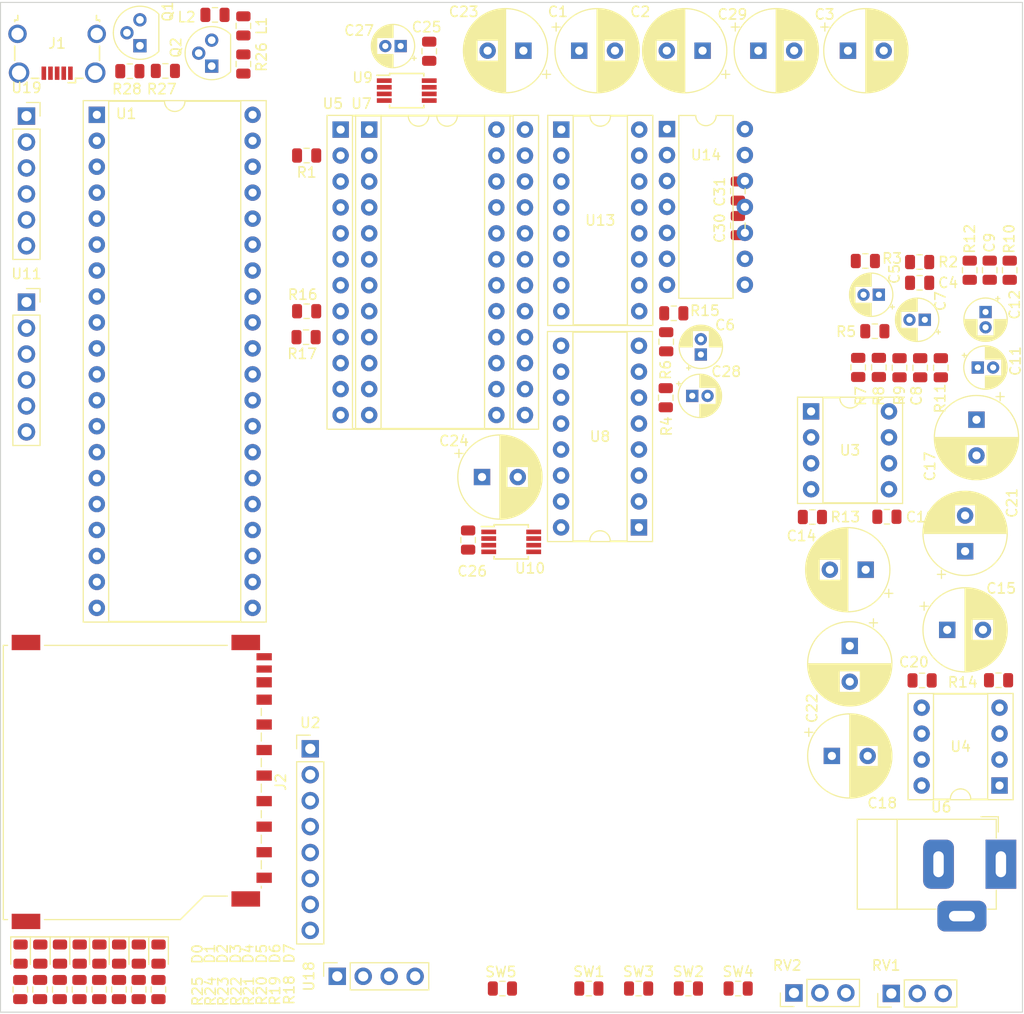
<source format=kicad_pcb>
(kicad_pcb (version 20171130) (host pcbnew "(5.0.1)-4")
  (layers (0 F.Cu signal) (31 B.Cu signal) (34 B.Paste user) (35 F.Paste user) (36 B.SilkS user) (37 F.SilkS user) (38 B.Mask user) (39 F.Mask user) (44 Edge.Cuts user))
  (net 0 "")
  (net 1 VDD)
  (net 2 "Net-(D1-Pad2)")
  (net 3 "Net-(D2-Pad2)")
  (net 4 "Net-(D3-Pad2)")
  (net 5 "Net-(D4-Pad2)")
  (net 6 "Net-(D5-Pad2)")
  (net 7 "Net-(D6-Pad2)")
  (net 8 "Net-(D7-Pad2)")
  (net 9 GNDA)
  (net 10 YM_MOR)
  (net 11 "Net-(C8-Pad2)")
  (net 12 "Net-(C11-Pad1)")
  (net 13 "Net-(R5-Pad1)")
  (net 14 "Net-(C5-Pad2)")
  (net 15 "Net-(C6-Pad2)")
  (net 16 "Net-(R6-Pad1)")
  (net 17 "Net-(C7-Pad2)")
  (net 18 "Net-(C8-Pad1)")
  (net 19 "Net-(C9-Pad2)")
  (net 20 "Net-(C12-Pad1)")
  (net 21 "Net-(C19-Pad1)")
  (net 22 "Net-(C20-Pad1)")
  (net 23 "Net-(R15-Pad1)")
  (net 24 "Net-(R15-Pad2)")
  (net 25 YM_MOL)
  (net 26 SN_OUT)
  (net 27 "Net-(C9-Pad1)")
  (net 28 SPI_MOSI)
  (net 29 SPI_CLK)
  (net 30 YM_CLK_CS)
  (net 31 "Net-(U9-Pad5)")
  (net 32 YM_CLK)
  (net 33 +5V)
  (net 34 SN_CLK)
  (net 35 "Net-(U10-Pad5)")
  (net 36 SN_CLK_CS)
  (net 37 "Net-(U3-Pad1)")
  (net 38 "Net-(C19-Pad2)")
  (net 39 "Net-(C11-Pad2)")
  (net 40 "Net-(C17-Pad1)")
  (net 41 "Net-(U3-Pad8)")
  (net 42 "Net-(U4-Pad8)")
  (net 43 "Net-(C18-Pad1)")
  (net 44 "Net-(C12-Pad2)")
  (net 45 "Net-(C20-Pad2)")
  (net 46 "Net-(U4-Pad1)")
  (net 47 "Net-(U1-Pad1)")
  (net 48 YM_IC)
  (net 49 "Net-(U1-Pad2)")
  (net 50 "Net-(U1-Pad3)")
  (net 51 SPI_MISO)
  (net 52 "Net-(U1-Pad4)")
  (net 53 D0)
  (net 54 D1)
  (net 55 TXD)
  (net 56 D2)
  (net 57 RXD)
  (net 58 D3)
  (net 59 D4)
  (net 60 D5)
  (net 61 D6)
  (net 62 D7)
  (net 63 YM_CS)
  (net 64 SD_CS)
  (net 65 YM_WR)
  (net 66 I2C_CLK)
  (net 67 YM_A0)
  (net 68 I2C_DAT)
  (net 69 YM_A1)
  (net 70 SN_WR)
  (net 71 "Net-(U1-Pad17)")
  (net 72 "Net-(U1-Pad18)")
  (net 73 GND)
  (net 74 +3V3)
  (net 75 "Net-(U13-Pad6)")
  (net 76 "Net-(U13-Pad5)")
  (net 77 "Net-(U13-Pad4)")
  (net 78 "Net-(U13-Pad2)")
  (net 79 "Net-(U7-Pad10)")
  (net 80 "Net-(U7-Pad13)")
  (net 81 "Net-(U8-Pad9)")
  (net 82 READY)
  (net 83 "Net-(C29-Pad1)")
  (net 84 "Net-(U13-Pad14)")
  (net 85 "Net-(U13-Pad13)")
  (net 86 "Net-(U13-Pad12)")
  (net 87 "Net-(C30-Pad2)")
  (net 88 "Net-(C31-Pad2)")
  (net 89 "Net-(J1-Pad2)")
  (net 90 "Net-(J1-Pad3)")
  (net 91 "Net-(J1-Pad4)")
  (net 92 "Net-(U11-Pad1)")
  (net 93 "Net-(U11-Pad6)")
  (net 94 "Net-(U19-Pad6)")
  (net 95 "Net-(U19-Pad1)")
  (net 96 "Net-(U2-Pad6)")
  (net 97 "Net-(C22-Pad2)")
  (net 98 "Net-(C21-Pad2)")
  (net 99 "Net-(R1-Pad1)")
  (net 100 "Net-(R1-Pad2)")
  (net 101 "Net-(R17-Pad1)")
  (net 102 "Net-(R17-Pad2)")
  (net 103 "Net-(R16-Pad2)")
  (net 104 "Net-(R16-Pad1)")
  (net 105 PWR_HOLD)
  (net 106 "Net-(Q1-Pad1)")
  (net 107 "Net-(Q1-Pad3)")
  (net 108 "Net-(Q2-Pad2)")
  (net 109 "Net-(J1-Pad1)")
  (net 110 BUTTON_SELECT)
  (net 111 BUTTON_PREV)
  (net 112 BUTTON_NEXT)
  (net 113 BUTTON_MODE)
  (net 114 "Net-(D0-Pad2)")
  (net 115 "Net-(J2-Pad8)")
  (net 116 "Net-(J2-Pad9)")
  (net 117 "Net-(J2-Pad10)")
  (net 118 "Net-(J2-Pad11)")
  (net 119 "Net-(J2-Pad12)")
  (module Connector_Card:SD_TE_2041021 (layer F.Cu) (at 33.8328 98.6536 270)
    (fp_text reference J2 (at 0 -13.6 270) (layer F.SilkS))
    (fp_text value SD_Card)
    (pad 1 smd rect (at 6.875 -11.975 270) (size 1 1.5) (layers F.Cu F.Paste F.Mask) (net 64 SD_CS))
    (pad 2 smd rect (at 4.375 -11.975 270) (size 1 1.5) (layers F.Cu F.Paste F.Mask) (net 28 SPI_MOSI))
    (pad 3 smd rect (at 1.875 -11.975 270) (size 1 1.5) (layers F.Cu F.Paste F.Mask) (net 73 GND))
    (pad 4 smd rect (at -0.625 -11.975 270) (size 1 1.5) (layers F.Cu F.Paste F.Mask) (net 74 +3V3))
    (pad 5 smd rect (at -3.125 -11.975 270) (size 1 1.5) (layers F.Cu F.Paste F.Mask) (net 29 SPI_CLK))
    (pad 6 smd rect (at -5.625 -11.975 270) (size 1 1.5) (layers F.Cu F.Paste F.Mask) (net 73 GND))
    (pad 7 smd rect (at -8.055 -11.975 270) (size 1 1.5) (layers F.Cu F.Paste F.Mask) (net 51 SPI_MISO))
    (pad 8 smd rect (at -9.755 -11.975 270) (size 1 1.5) (layers F.Cu F.Paste F.Mask) (net 115 "Net-(J2-Pad8)"))
    (pad 9 smd rect (at 9.375 -11.975 270) (size 1 1.5) (layers F.Cu F.Paste F.Mask) (net 116 "Net-(J2-Pad9)"))
    (pad 10 smd rect (at -11.055 -11.975 270) (size 0.7 1.5) (layers F.Cu F.Paste F.Mask) (net 117 "Net-(J2-Pad10)"))
    (pad 11 smd rect (at -12.255 -11.975 270) (size 0.7 1.5) (layers F.Cu F.Paste F.Mask) (net 118 "Net-(J2-Pad11)"))
    (pad "" np_thru_hole circle (at 9.5 -9.175 270) (size 1.6 1.6) (drill 1.6) (layers *.Cu *.Mask))
    (pad "" np_thru_hole circle (at -11.5 -9.175 270) (size 1.1 1.1) (drill 1.1) (layers *.Cu *.Mask))
    (pad 12 smd rect (at 11.45 -10.175 270) (size 1.5 2.8) (layers F.Cu F.Paste F.Mask) (net 119 "Net-(J2-Pad12)"))
    (pad 12 smd rect (at 13.65 11.325 270) (size 1.5 2.8) (layers F.Cu F.Paste F.Mask) (net 119 "Net-(J2-Pad12)"))
    (pad 12 smd rect (at -13.65 11.325 270) (size 1.5 2.8) (layers F.Cu F.Paste F.Mask) (net 119 "Net-(J2-Pad12)"))
    (pad 12 smd rect (at -13.65 -10.175 270) (size 1.5 2.8) (layers F.Cu F.Paste F.Mask) (net 119 "Net-(J2-Pad12)"))
  )
  (module LED_SMD:LED_0805_2012Metric (layer F.Cu) (at 21.9761 115.501 270)
    (fp_text reference D0 (at -0.0072 -17.2923 270) (layer F.SilkS))
    (fp_text value LED hide)
    (pad 1 smd roundrect (at -0.9375 0 270) (size 0.975 1.4) (layers F.Cu F.Paste F.Mask) (net 53 D0))
    (pad 2 smd roundrect (at 0.9375 0 270) (size 0.975 1.4) (layers F.Cu F.Paste F.Mask) (net 114 "Net-(D0-Pad2)"))
  )
  (module Package_TO_SOT_THT:TO-92 (layer F.Cu) (at 33.655 26.5938 90)
    (fp_text reference Q1 (at 3.3528 2.7178 270) (layer F.SilkS))
    (fp_text value 9013 hide)
    (pad 1 thru_hole rect (at 0 0 180) (size 1.3 1.3) (drill 0.75) (layers *.Cu *.Mask) (net 106 "Net-(Q1-Pad1)"))
    (pad 3 thru_hole circle (at 2.54 0 180) (size 1.3 1.3) (drill 0.75) (layers *.Cu *.Mask) (net 107 "Net-(Q1-Pad3)"))
    (pad 2 thru_hole circle (at 1.27 -1.27 180) (size 1.3 1.3) (drill 0.75) (layers *.Cu *.Mask) (net 73 GND))
  )
  (module Package_TO_SOT_THT:TO-92 (layer F.Cu) (at 40.6751 28.5868 90)
    (fp_text reference Q2 (at 1.815155 -3.489457 90) (layer F.SilkS))
    (fp_text value S8550 hide)
    (pad 2 thru_hole circle (at 1.27 -1.27 180) (size 1.3 1.3) (drill 0.75) (layers *.Cu *.Mask) (net 108 "Net-(Q2-Pad2)"))
    (pad 3 thru_hole circle (at 2.54 0 180) (size 1.3 1.3) (drill 0.75) (layers *.Cu *.Mask) (net 1 VDD))
    (pad 1 thru_hole rect (at 0 0 180) (size 1.3 1.3) (drill 0.75) (layers *.Cu *.Mask) (net 109 "Net-(J1-Pad1)"))
  )
  (module Resistor_SMD:R_0805_2012Metric (layer F.Cu) (at 77.5716 118.872)
    (fp_text reference SW1 (at 0 -1.65) (layer F.SilkS))
    (fp_text value Mode)
    (pad 1 smd roundrect (at -0.9375 0) (size 0.975 1.4) (layers F.Cu F.Paste F.Mask) (net 113 BUTTON_MODE))
    (pad 2 smd roundrect (at 0.9375 0) (size 0.975 1.4) (layers F.Cu F.Paste F.Mask) (net 73 GND))
  )
  (module Resistor_SMD:R_0805_2012Metric (layer F.Cu) (at 87.3098 118.872)
    (fp_text reference SW2 (at 0 -1.65) (layer F.SilkS))
    (fp_text value NEXT)
    (pad 2 smd roundrect (at 0.9375 0) (size 0.975 1.4) (layers F.Cu F.Paste F.Mask) (net 73 GND))
    (pad 1 smd roundrect (at -0.9375 0) (size 0.975 1.4) (layers F.Cu F.Paste F.Mask) (net 112 BUTTON_NEXT))
  )
  (module Resistor_SMD:R_0805_2012Metric (layer F.Cu) (at 92.1788 118.872)
    (fp_text reference SW4 (at 0 -1.65) (layer F.SilkS))
    (fp_text value SELECT)
    (pad 1 smd roundrect (at -0.9375 0) (size 0.975 1.4) (layers F.Cu F.Paste F.Mask) (net 110 BUTTON_SELECT))
    (pad 2 smd roundrect (at 0.9375 0) (size 0.975 1.4) (layers F.Cu F.Paste F.Mask) (net 73 GND))
  )
  (module Resistor_SMD:R_0805_2012Metric (layer F.Cu) (at 69.1157 118.872)
    (fp_text reference SW5 (at -0.1524 -1.6256) (layer F.SilkS))
    (fp_text value PWR)
    (pad 2 smd roundrect (at 0.9375 0) (size 0.975 1.4) (layers F.Cu F.Paste F.Mask) (net 107 "Net-(Q1-Pad3)"))
    (pad 1 smd roundrect (at -0.9375 0) (size 0.975 1.4) (layers F.Cu F.Paste F.Mask) (net 73 GND))
  )
  (module Resistor_SMD:R_0805_2012Metric (layer F.Cu) (at 82.4407 118.872)
    (fp_text reference SW3 (at 0 -1.65) (layer F.SilkS))
    (fp_text value PREV)
    (pad 1 smd roundrect (at -0.9375 0) (size 0.975 1.4) (layers F.Cu F.Paste F.Mask) (net 111 BUTTON_PREV))
    (pad 2 smd roundrect (at 0.9375 0) (size 0.975 1.4) (layers F.Cu F.Paste F.Mask) (net 73 GND))
  )
  (module Resistor_SMD:R_0805_2012Metric (layer F.Cu) (at 25.8114 118.97 270)
    (fp_text reference R23 (at 0.181 -15.997 270) (layer F.SilkS))
    (fp_text value 330 hide)
    (pad 2 smd roundrect (at 0.9375 0 270) (size 0.975 1.4) (layers F.Cu F.Paste F.Mask) (net 1 VDD))
    (pad 1 smd roundrect (at -0.9375 0 270) (size 0.975 1.4) (layers F.Cu F.Paste F.Mask) (net 3 "Net-(D2-Pad2)"))
  )
  (module Resistor_SMD:R_0805_2012Metric (layer F.Cu) (at 23.881 118.97 270)
    (fp_text reference R24 (at 0.181 -16.6828 270) (layer F.SilkS))
    (fp_text value 330 hide)
    (pad 1 smd roundrect (at -0.9375 0 270) (size 0.975 1.4) (layers F.Cu F.Paste F.Mask) (net 2 "Net-(D1-Pad2)"))
    (pad 2 smd roundrect (at 0.9375 0 270) (size 0.975 1.4) (layers F.Cu F.Paste F.Mask) (net 1 VDD))
  )
  (module Resistor_SMD:R_0805_2012Metric (layer F.Cu) (at 21.9506 118.97 270)
    (fp_text reference R25 (at 0.181 -17.3432 270) (layer F.SilkS))
    (fp_text value 330 hide)
    (pad 2 smd roundrect (at 0.9375 0 270) (size 0.975 1.4) (layers F.Cu F.Paste F.Mask) (net 1 VDD))
    (pad 1 smd roundrect (at -0.9375 0 270) (size 0.975 1.4) (layers F.Cu F.Paste F.Mask) (net 114 "Net-(D0-Pad2)"))
  )
  (module Resistor_SMD:R_0805_2012Metric (layer F.Cu) (at 29.6722 118.97 270)
    (fp_text reference R21 (at 0.1556 -14.6254 270) (layer F.SilkS))
    (fp_text value 330 hide)
    (pad 1 smd roundrect (at -0.9375 0 270) (size 0.975 1.4) (layers F.Cu F.Paste F.Mask) (net 5 "Net-(D4-Pad2)"))
    (pad 2 smd roundrect (at 0.9375 0 270) (size 0.975 1.4) (layers F.Cu F.Paste F.Mask) (net 1 VDD))
  )
  (module Resistor_SMD:R_0805_2012Metric (layer F.Cu) (at 43.7739 28.3813 270)
    (fp_text reference R26 (at -0.6835 -1.778 270) (layer F.SilkS))
    (fp_text value 47k hide)
    (pad 2 smd roundrect (at 0.9375 0 270) (size 0.975 1.4) (layers F.Cu F.Paste F.Mask) (net 109 "Net-(J1-Pad1)"))
    (pad 1 smd roundrect (at -0.9375 0 270) (size 0.975 1.4) (layers F.Cu F.Paste F.Mask) (net 107 "Net-(Q1-Pad3)"))
  )
  (module Resistor_SMD:R_0805_2012Metric (layer F.Cu) (at 36.1442 29.0576 180)
    (fp_text reference R27 (at 0.3556 -1.778 180) (layer F.SilkS))
    (fp_text value 1k hide)
    (pad 1 smd roundrect (at -0.9375 0 180) (size 0.975 1.4) (layers F.Cu F.Paste F.Mask) (net 107 "Net-(Q1-Pad3)"))
    (pad 2 smd roundrect (at 0.9375 0 180) (size 0.975 1.4) (layers F.Cu F.Paste F.Mask) (net 108 "Net-(Q2-Pad2)"))
  )
  (module Resistor_SMD:R_0805_2012Metric (layer F.Cu) (at 32.6667 29.083)
    (fp_text reference R28 (at -0.2817 1.7526 180) (layer F.SilkS))
    (fp_text value 4.7k hide)
    (pad 2 smd roundrect (at 0.9375 0) (size 0.975 1.4) (layers F.Cu F.Paste F.Mask) (net 105 PWR_HOLD))
    (pad 1 smd roundrect (at -0.9375 0) (size 0.975 1.4) (layers F.Cu F.Paste F.Mask) (net 106 "Net-(Q1-Pad1)"))
  )
  (module Resistor_SMD:R_0805_2012Metric (layer F.Cu) (at 27.7418 118.97 270)
    (fp_text reference R22 (at 0.181 -15.3366 270) (layer F.SilkS))
    (fp_text value 330 hide)
    (pad 1 smd roundrect (at -0.9375 0 270) (size 0.975 1.4) (layers F.Cu F.Paste F.Mask) (net 4 "Net-(D3-Pad2)"))
    (pad 2 smd roundrect (at 0.9375 0 270) (size 0.975 1.4) (layers F.Cu F.Paste F.Mask) (net 1 VDD))
  )
  (module Resistor_SMD:R_0805_2012Metric (layer F.Cu) (at 49.9641 52.578 180)
    (fp_text reference R16 (at 0.3833 1.6256 180) (layer F.SilkS))
    (fp_text value 0 hide)
    (pad 2 smd roundrect (at 0.9375 0 180) (size 0.975 1.4) (layers F.Cu F.Paste F.Mask) (net 103 "Net-(R16-Pad2)"))
    (pad 1 smd roundrect (at -0.9375 0 180) (size 0.975 1.4) (layers F.Cu F.Paste F.Mask) (net 104 "Net-(R16-Pad1)"))
  )
  (module Resistor_SMD:R_0805_2012Metric (layer F.Cu) (at 49.9087 55.118 180)
    (fp_text reference R17 (at 0.3787 -1.6256 180) (layer F.SilkS))
    (fp_text value 0 hide)
    (pad 1 smd roundrect (at -0.9375 0 180) (size 0.975 1.4) (layers F.Cu F.Paste F.Mask) (net 101 "Net-(R17-Pad1)"))
    (pad 2 smd roundrect (at 0.9375 0 180) (size 0.975 1.4) (layers F.Cu F.Paste F.Mask) (net 102 "Net-(R17-Pad2)"))
  )
  (module Resistor_SMD:R_0805_2012Metric (layer F.Cu) (at 35.4634 118.97 270)
    (fp_text reference R18 (at 0.054 -12.7966 270) (layer F.SilkS))
    (fp_text value 330 hide)
    (pad 2 smd roundrect (at 0.9375 0 270) (size 0.975 1.4) (layers F.Cu F.Paste F.Mask) (net 1 VDD))
    (pad 1 smd roundrect (at -0.9375 0 270) (size 0.975 1.4) (layers F.Cu F.Paste F.Mask) (net 8 "Net-(D7-Pad2)"))
  )
  (module Resistor_SMD:R_0805_2012Metric (layer F.Cu) (at 33.533 118.97 270)
    (fp_text reference R19 (at 0.1302 -13.33 270) (layer F.SilkS))
    (fp_text value 330 hide)
    (pad 1 smd roundrect (at -0.9375 0 270) (size 0.975 1.4) (layers F.Cu F.Paste F.Mask) (net 7 "Net-(D6-Pad2)"))
    (pad 2 smd roundrect (at 0.9375 0 270) (size 0.975 1.4) (layers F.Cu F.Paste F.Mask) (net 1 VDD))
  )
  (module Resistor_SMD:R_0805_2012Metric (layer F.Cu) (at 31.6026 118.97 270)
    (fp_text reference R20 (at 0.1302 -13.965 270) (layer F.SilkS))
    (fp_text value 330 hide)
    (pad 2 smd roundrect (at 0.9375 0 270) (size 0.975 1.4) (layers F.Cu F.Paste F.Mask) (net 1 VDD))
    (pad 1 smd roundrect (at -0.9375 0 270) (size 0.975 1.4) (layers F.Cu F.Paste F.Mask) (net 6 "Net-(D5-Pad2)"))
  )
  (module Resistor_SMD:R_0805_2012Metric (layer F.Cu) (at 49.9641 37.338 180)
    (fp_text reference R1 (at 0 -1.65 180) (layer F.SilkS))
    (fp_text value 0 hide)
    (pad 1 smd roundrect (at -0.9375 0 180) (size 0.975 1.4) (layers F.Cu F.Paste F.Mask) (net 99 "Net-(R1-Pad1)"))
    (pad 2 smd roundrect (at 0.9375 0 180) (size 0.975 1.4) (layers F.Cu F.Paste F.Mask) (net 100 "Net-(R1-Pad2)"))
  )
  (module Capacitor_SMD:C_0805_2012Metric (layer F.Cu) (at 92.1512 40.8155 90)
    (fp_text reference C31 (at -0.0785 -1.778 90) (layer F.SilkS))
    (fp_text value 1.5nF hide)
    (pad 1 smd roundrect (at -0.9375 0 90) (size 0.975 1.4) (layers F.Cu F.Paste F.Mask) (net 9 GNDA))
    (pad 2 smd roundrect (at 0.9375 0 90) (size 0.975 1.4) (layers F.Cu F.Paste F.Mask) (net 88 "Net-(C31-Pad2)"))
  )
  (module Capacitor_SMD:C_0805_2012Metric (layer F.Cu) (at 65.7606 74.9734 270)
    (fp_text reference C26 (at 3.05538 -0.40132) (layer F.SilkS))
    (fp_text value 10nF hide)
    (pad 2 smd roundrect (at 0.9375 0 270) (size 0.975 1.4) (layers F.Cu F.Paste F.Mask) (net 33 +5V))
    (pad 1 smd roundrect (at -0.9375 0 270) (size 0.975 1.4) (layers F.Cu F.Paste F.Mask) (net 9 GNDA))
  )
  (module Capacitor_SMD:C_0805_2012Metric (layer F.Cu) (at 61.9557 27.1323 270)
    (fp_text reference C25 (at -2.3645 0.254 180) (layer F.SilkS))
    (fp_text value 10nF hide)
    (pad 1 smd roundrect (at -0.9375 0 270) (size 0.975 1.4) (layers F.Cu F.Paste F.Mask) (net 9 GNDA))
    (pad 2 smd roundrect (at 0.9375 0 270) (size 0.975 1.4) (layers F.Cu F.Paste F.Mask) (net 33 +5V))
  )
  (module Capacitor_SMD:C_0805_2012Metric (layer F.Cu) (at 110.175 88.7149 180)
    (fp_text reference C20 (at 0.802023 1.796095 180) (layer F.SilkS))
    (fp_text value 47nF hide)
    (pad 2 smd roundrect (at 0.9375 0 180) (size 0.975 1.4) (layers F.Cu F.Paste F.Mask) (net 45 "Net-(C20-Pad2)"))
    (pad 1 smd roundrect (at -0.9375 0 180) (size 0.975 1.4) (layers F.Cu F.Paste F.Mask) (net 22 "Net-(C20-Pad1)"))
  )
  (module Capacitor_SMD:C_0805_2012Metric (layer F.Cu) (at 106.731 72.6948)
    (fp_text reference C19 (at 3.302 0.0254) (layer F.SilkS))
    (fp_text value 47nF hide)
    (pad 1 smd roundrect (at -0.9375 0) (size 0.975 1.4) (layers F.Cu F.Paste F.Mask) (net 21 "Net-(C19-Pad1)"))
    (pad 2 smd roundrect (at 0.9375 0) (size 0.975 1.4) (layers F.Cu F.Paste F.Mask) (net 38 "Net-(C19-Pad2)"))
  )
  (module Capacitor_SMD:C_0805_2012Metric (layer F.Cu) (at 116.789 48.5625 270)
    (fp_text reference C9 (at -2.6901 0.0254 270) (layer F.SilkS))
    (fp_text value 4.7nF hide)
    (pad 2 smd roundrect (at 0.9375 0 270) (size 0.975 1.4) (layers F.Cu F.Paste F.Mask) (net 19 "Net-(C9-Pad2)"))
    (pad 1 smd roundrect (at -0.9375 0 270) (size 0.975 1.4) (layers F.Cu F.Paste F.Mask) (net 27 "Net-(C9-Pad1)"))
  )
  (module Capacitor_SMD:C_0805_2012Metric (layer F.Cu) (at 109.931 49.7967 180)
    (fp_text reference C4 (at -2.794 0 180) (layer F.SilkS))
    (fp_text value 220pF hide)
    (pad 2 smd roundrect (at 0.9375 0 180) (size 0.975 1.4) (layers F.Cu F.Paste F.Mask) (net 9 GNDA))
    (pad 1 smd roundrect (at -0.9375 0 180) (size 0.975 1.4) (layers F.Cu F.Paste F.Mask) (net 26 SN_OUT))
  )
  (module Capacitor_SMD:C_0805_2012Metric (layer F.Cu) (at 109.985 58.1086 270)
    (fp_text reference C8 (at 2.7498 0.3582 270) (layer F.SilkS))
    (fp_text value 4.7nF hide)
    (pad 2 smd roundrect (at 0.9375 0 270) (size 0.975 1.4) (layers F.Cu F.Paste F.Mask) (net 11 "Net-(C8-Pad2)"))
    (pad 1 smd roundrect (at -0.9375 0 270) (size 0.975 1.4) (layers F.Cu F.Paste F.Mask) (net 18 "Net-(C8-Pad1)"))
  )
  (module Capacitor_SMD:C_0805_2012Metric (layer F.Cu) (at 92.1512 44.196 270)
    (fp_text reference C30 (at 0.254 1.778 270) (layer F.SilkS))
    (fp_text value 1.5nF hide)
    (pad 1 smd roundrect (at -0.9375 0 270) (size 0.975 1.4) (layers F.Cu F.Paste F.Mask) (net 9 GNDA))
    (pad 2 smd roundrect (at 0.9375 0 270) (size 0.975 1.4) (layers F.Cu F.Paste F.Mask) (net 87 "Net-(C30-Pad2)"))
  )
  (module Capacitor_THT:CP_Radial_D4.0mm_P1.50mm (layer F.Cu) (at 105.943 50.9651 180)
    (fp_text reference C5 (at -1.524 2.032 -90) (layer F.SilkS))
    (fp_text value 10uF hide)
    (pad 2 thru_hole circle (at 1.5 0 180) (size 1.2 1.2) (drill 0.6) (layers *.Cu *.Mask) (net 14 "Net-(C5-Pad2)"))
    (pad 1 thru_hole rect (at 0 0 180) (size 1.2 1.2) (drill 0.6) (layers *.Cu *.Mask) (net 25 YM_MOL))
  )
  (module Capacitor_THT:CP_Radial_D4.0mm_P1.50mm (layer F.Cu) (at 116.383 52.6542 270)
    (fp_text reference C12 (at -0.7112 -2.8448 270) (layer F.SilkS))
    (fp_text value 16uF hide)
    (pad 2 thru_hole circle (at 1.5 0 270) (size 1.2 1.2) (drill 0.6) (layers *.Cu *.Mask) (net 44 "Net-(C12-Pad2)"))
    (pad 1 thru_hole rect (at 0 0 270) (size 1.2 1.2) (drill 0.6) (layers *.Cu *.Mask) (net 20 "Net-(C12-Pad1)"))
  )
  (module Capacitor_THT:CP_Radial_D4.0mm_P1.50mm (layer F.Cu) (at 87.6859 60.8635)
    (fp_text reference C28 (at 3.32232 -2.37236 -180) (layer F.SilkS))
    (fp_text value 1uF hide)
    (pad 1 thru_hole rect (at 0 0) (size 1.2 1.2) (drill 0.6) (layers *.Cu *.Mask) (net 33 +5V))
    (pad 2 thru_hole circle (at 1.5 0) (size 1.2 1.2) (drill 0.6) (layers *.Cu *.Mask) (net 9 GNDA))
  )
  (module Capacitor_THT:CP_Radial_D4.0mm_P1.50mm (layer F.Cu) (at 110.439 53.4162 180)
    (fp_text reference C7 (at -1.524 1.8288 -90) (layer F.SilkS))
    (fp_text value 1uF hide)
    (pad 1 thru_hole rect (at 0 0 180) (size 1.2 1.2) (drill 0.6) (layers *.Cu *.Mask) (net 26 SN_OUT))
    (pad 2 thru_hole circle (at 1.5 0 180) (size 1.2 1.2) (drill 0.6) (layers *.Cu *.Mask) (net 17 "Net-(C7-Pad2)"))
  )
  (module Capacitor_THT:CP_Radial_D4.0mm_P1.50mm (layer F.Cu) (at 88.5292 56.8147 90)
    (fp_text reference C6 (at 2.88544 2.37236) (layer F.SilkS))
    (fp_text value 10uF hide)
    (pad 2 thru_hole circle (at 1.5 0 90) (size 1.2 1.2) (drill 0.6) (layers *.Cu *.Mask) (net 15 "Net-(C6-Pad2)"))
    (pad 1 thru_hole rect (at 0 0 90) (size 1.2 1.2) (drill 0.6) (layers *.Cu *.Mask) (net 10 YM_MOR))
  )
  (module Capacitor_THT:CP_Radial_D4.0mm_P1.50mm (layer F.Cu) (at 59.1617 26.6243 180)
    (fp_text reference C27 (at 4.064 1.524 180) (layer F.SilkS))
    (fp_text value 1uF hide)
    (pad 2 thru_hole circle (at 1.5 0 180) (size 1.2 1.2) (drill 0.6) (layers *.Cu *.Mask) (net 9 GNDA))
    (pad 1 thru_hole rect (at 0 0 180) (size 1.2 1.2) (drill 0.6) (layers *.Cu *.Mask) (net 33 +5V))
  )
  (module Capacitor_THT:CP_Radial_D4.0mm_P1.50mm (layer F.Cu) (at 115.621 58.0896)
    (fp_text reference C11 (at 3.683 -0.6348 90) (layer F.SilkS))
    (fp_text value 16uF hide)
    (pad 1 thru_hole rect (at 0 0) (size 1.2 1.2) (drill 0.6) (layers *.Cu *.Mask) (net 12 "Net-(C11-Pad1)"))
    (pad 2 thru_hole circle (at 1.5 0) (size 1.2 1.2) (drill 0.6) (layers *.Cu *.Mask) (net 39 "Net-(C11-Pad2)"))
  )
  (module Capacitor_THT:CP_Radial_D8.0mm_P3.50mm (layer F.Cu) (at 103.098 85.3392 270)
    (fp_text reference C22 (at 6.096 3.683 90) (layer F.SilkS))
    (fp_text value 1000uF hide)
    (pad 2 thru_hole circle (at 3.5 0 270) (size 1.6 1.6) (drill 0.8) (layers *.Cu *.Mask) (net 97 "Net-(C22-Pad2)"))
    (pad 1 thru_hole rect (at 0 0 270) (size 1.6 1.6) (drill 0.8) (layers *.Cu *.Mask) (net 45 "Net-(C20-Pad2)"))
  )
  (module Capacitor_THT:CP_Radial_D8.0mm_P3.50mm (layer F.Cu) (at 114.381 76.0741 90)
    (fp_text reference C21 (at 4.7255 4.593 90) (layer F.SilkS))
    (fp_text value 1000uF hide)
    (pad 1 thru_hole rect (at 0 0 90) (size 1.6 1.6) (drill 0.8) (layers *.Cu *.Mask) (net 38 "Net-(C19-Pad2)"))
    (pad 2 thru_hole circle (at 3.5 0 90) (size 1.6 1.6) (drill 0.8) (layers *.Cu *.Mask) (net 98 "Net-(C21-Pad2)"))
  )
  (module Capacitor_THT:CP_Radial_D8.0mm_P3.50mm (layer F.Cu) (at 71.1708 27.0764 180)
    (fp_text reference C23 (at 5.842 3.81 180) (layer F.SilkS))
    (fp_text value 1000uF hide)
    (pad 2 thru_hole circle (at 3.5 0 180) (size 1.6 1.6) (drill 0.8) (layers *.Cu *.Mask) (net 73 GND))
    (pad 1 thru_hole rect (at 0 0 180) (size 1.6 1.6) (drill 0.8) (layers *.Cu *.Mask) (net 1 VDD))
  )
  (module Capacitor_THT:CP_Radial_D8.0mm_P3.50mm (layer F.Cu) (at 67.122 68.8086)
    (fp_text reference C24 (at -2.7432 -3.53568) (layer F.SilkS))
    (fp_text value 1000uF hide)
    (pad 1 thru_hole rect (at 0 0) (size 1.6 1.6) (drill 0.8) (layers *.Cu *.Mask) (net 33 +5V))
    (pad 2 thru_hole circle (at 3.5 0) (size 1.6 1.6) (drill 0.8) (layers *.Cu *.Mask) (net 9 GNDA))
  )
  (module Capacitor_THT:CP_Radial_D8.0mm_P3.50mm (layer F.Cu) (at 88.6984 27.0764 180)
    (fp_text reference C2 (at 6.096 3.81 180) (layer F.SilkS))
    (fp_text value 100uF hide)
    (pad 2 thru_hole circle (at 3.5 0 180) (size 1.6 1.6) (drill 0.8) (layers *.Cu *.Mask) (net 9 GNDA))
    (pad 1 thru_hole rect (at 0 0 180) (size 1.6 1.6) (drill 0.8) (layers *.Cu *.Mask) (net 33 +5V))
  )
  (module Capacitor_THT:CP_Radial_D8.0mm_P3.50mm (layer F.Cu) (at 76.6293 27.0764)
    (fp_text reference C1 (at -2.088 -3.81) (layer F.SilkS))
    (fp_text value 100uF hide)
    (pad 1 thru_hole rect (at 0 0) (size 1.6 1.6) (drill 0.8) (layers *.Cu *.Mask) (net 1 VDD))
    (pad 2 thru_hole circle (at 3.5 0) (size 1.6 1.6) (drill 0.8) (layers *.Cu *.Mask) (net 73 GND))
  )
  (module Capacitor_THT:CP_Radial_D8.0mm_P3.50mm (layer F.Cu) (at 102.921 27.0764)
    (fp_text reference C3 (at -2.286 -3.556) (layer F.SilkS))
    (fp_text value 1000uF hide)
    (pad 2 thru_hole circle (at 3.5 0) (size 1.6 1.6) (drill 0.8) (layers *.Cu *.Mask) (net 9 GNDA))
    (pad 1 thru_hole rect (at 0 0) (size 1.6 1.6) (drill 0.8) (layers *.Cu *.Mask) (net 33 +5V))
  )
  (module Capacitor_THT:CP_Radial_D8.0mm_P3.50mm (layer F.Cu) (at 115.494 63.1952 270)
    (fp_text reference C17 (at 4.5709 4.551 90) (layer F.SilkS))
    (fp_text value 100uF hide)
    (pad 1 thru_hole rect (at 0 0 270) (size 1.6 1.6) (drill 0.8) (layers *.Cu *.Mask) (net 40 "Net-(C17-Pad1)"))
    (pad 2 thru_hole circle (at 3.5 0 270) (size 1.6 1.6) (drill 0.8) (layers *.Cu *.Mask) (net 9 GNDA))
  )
  (module Capacitor_THT:CP_Radial_D8.0mm_P3.50mm (layer F.Cu) (at 112.631 83.7619)
    (fp_text reference C15 (at 5.275902 -4.056695 180) (layer F.SilkS))
    (fp_text value 100uF hide)
    (pad 2 thru_hole circle (at 3.5 0) (size 1.6 1.6) (drill 0.8) (layers *.Cu *.Mask) (net 9 GNDA))
    (pad 1 thru_hole rect (at 0 0) (size 1.6 1.6) (drill 0.8) (layers *.Cu *.Mask) (net 33 +5V))
  )
  (module Capacitor_THT:CP_Radial_D8.0mm_P3.50mm (layer F.Cu) (at 104.653 77.8775 180)
    (fp_text reference C14 (at 6.2786 3.3031) (layer F.SilkS))
    (fp_text value 100uF hide)
    (pad 1 thru_hole rect (at 0 0 180) (size 1.6 1.6) (drill 0.8) (layers *.Cu *.Mask) (net 33 +5V))
    (pad 2 thru_hole circle (at 3.5 0 180) (size 1.6 1.6) (drill 0.8) (layers *.Cu *.Mask) (net 9 GNDA))
  )
  (module Capacitor_THT:CP_Radial_D8.0mm_P3.50mm (layer F.Cu) (at 101.348 96.1063)
    (fp_text reference C18 (at 4.9276 4.6228) (layer F.SilkS))
    (fp_text value 100uF hide)
    (pad 2 thru_hole circle (at 3.5 0) (size 1.6 1.6) (drill 0.8) (layers *.Cu *.Mask) (net 9 GNDA))
    (pad 1 thru_hole rect (at 0 0) (size 1.6 1.6) (drill 0.8) (layers *.Cu *.Mask) (net 43 "Net-(C18-Pad1)"))
  )
  (module Capacitor_THT:CP_Radial_D8.0mm_P3.50mm (layer F.Cu) (at 94.157 27.0764)
    (fp_text reference C29 (at -2.54 -3.556) (layer F.SilkS))
    (fp_text value 10uF hide)
    (pad 1 thru_hole rect (at 0 0) (size 1.6 1.6) (drill 0.8) (layers *.Cu *.Mask) (net 83 "Net-(C29-Pad1)"))
    (pad 2 thru_hole circle (at 3.5 0) (size 1.6 1.6) (drill 0.8) (layers *.Cu *.Mask) (net 9 GNDA))
  )
  (module Connector_Audio:Jack_Horizontal (layer F.Cu) (at 117.881 106.705)
    (fp_text reference U6 (at -5.84 -5.59) (layer F.SilkS))
    (fp_text value AUDIOJACK-VGM hide)
    (pad 2 thru_hole roundrect (at -6.1 0) (size 3 4.8) (drill oval 1.02 2.54) (layers *.Cu *.Mask) (net 97 "Net-(C22-Pad2)"))
    (pad 1 thru_hole rect (at 0 0) (size 3 4.8) (drill oval 1.02 2.54) (layers *.Cu *.Mask) (net 98 "Net-(C21-Pad2)"))
    (pad 3 thru_hole roundrect (at -3.81 5.08) (size 4.8 3) (drill oval 2.54 1.02) (layers *.Cu *.Mask) (net 9 GNDA))
  )
  (module Connector_PinHeader_2.54mm:PinHeader_1x03_P2.54mm_Vertical (layer F.Cu) (at 107.163 119.355 90)
    (fp_text reference RV1 (at 2.7432 -0.508 180) (layer F.SilkS))
    (fp_text value 10k hide)
    (pad 3 thru_hole oval (at 0 5.08 90) (size 1.7 1.7) (drill 1) (layers *.Cu *.Mask) (net 9 GNDA))
    (pad 2 thru_hole oval (at 0 2.54 90) (size 1.7 1.7) (drill 1) (layers *.Cu *.Mask) (net 27 "Net-(C9-Pad1)"))
    (pad 1 thru_hole rect (at 0 0 90) (size 1.7 1.7) (drill 1) (layers *.Cu *.Mask) (net 16 "Net-(R6-Pad1)"))
  )
  (module Connector_PinHeader_2.54mm:PinHeader_1x03_P2.54mm_Vertical (layer F.Cu) (at 97.6376 119.304 90)
    (fp_text reference RV2 (at 2.6924 -0.6604 180) (layer F.SilkS))
    (fp_text value 10k hide)
    (pad 1 thru_hole rect (at 0 0 90) (size 1.7 1.7) (drill 1) (layers *.Cu *.Mask) (net 13 "Net-(R5-Pad1)"))
    (pad 2 thru_hole oval (at 0 2.54 90) (size 1.7 1.7) (drill 1) (layers *.Cu *.Mask) (net 18 "Net-(C8-Pad1)"))
    (pad 3 thru_hole oval (at 0 5.08 90) (size 1.7 1.7) (drill 1) (layers *.Cu *.Mask) (net 9 GNDA))
  )
  (module Connector_PinHeader_2.54mm:PinHeader_1x08_P2.54mm_Vertical (layer F.Cu) (at 50.3174 95.4024)
    (fp_text reference U2 (at 0 -2.54) (layer F.SilkS))
    (fp_text value SDCardModule hide)
    (pad 1 thru_hole rect (at 0 0) (size 1.7 1.7) (drill 1) (layers *.Cu *.Mask) (net 73 GND))
    (pad 2 thru_hole oval (at 0 2.54) (size 1.7 1.7) (drill 1) (layers *.Cu *.Mask) (net 51 SPI_MISO))
    (pad 3 thru_hole oval (at 0 5.08) (size 1.7 1.7) (drill 1) (layers *.Cu *.Mask) (net 29 SPI_CLK))
    (pad 4 thru_hole oval (at 0 7.62) (size 1.7 1.7) (drill 1) (layers *.Cu *.Mask) (net 28 SPI_MOSI))
    (pad 5 thru_hole oval (at 0 10.16) (size 1.7 1.7) (drill 1) (layers *.Cu *.Mask) (net 64 SD_CS))
    (pad 6 thru_hole oval (at 0 12.7) (size 1.7 1.7) (drill 1) (layers *.Cu *.Mask) (net 96 "Net-(U2-Pad6)"))
    (pad 7 thru_hole oval (at 0 15.24) (size 1.7 1.7) (drill 1) (layers *.Cu *.Mask) (net 74 +3V3))
    (pad 8 thru_hole oval (at 0 17.78) (size 1.7 1.7) (drill 1) (layers *.Cu *.Mask) (net 73 GND))
  )
  (module Connector_PinSocket_2.54mm:PinSocket_1x04_P2.54mm_Vertical (layer F.Cu) (at 52.959 117.678 90)
    (fp_text reference U18 (at 0 -2.77 90) (layer F.SilkS))
    (fp_text value OLED_128_64_I2C)
    (pad 1 thru_hole rect (at 0 0 90) (size 1.7 1.7) (drill 1) (layers *.Cu *.Mask) (net 73 GND))
    (pad 2 thru_hole oval (at 0 2.54 90) (size 1.7 1.7) (drill 1) (layers *.Cu *.Mask) (net 1 VDD))
    (pad 3 thru_hole oval (at 0 5.08 90) (size 1.7 1.7) (drill 1) (layers *.Cu *.Mask) (net 66 I2C_CLK))
    (pad 4 thru_hole oval (at 0 7.62 90) (size 1.7 1.7) (drill 1) (layers *.Cu *.Mask) (net 68 I2C_DAT))
  )
  (module Connector_PinSocket_2.54mm:PinSocket_1x06_P2.54mm_Vertical (layer F.Cu) (at 22.5552 33.4772)
    (fp_text reference U19 (at 0 -2.77) (layer F.SilkS))
    (fp_text value ESP8266Module hide)
    (pad 6 thru_hole oval (at 0 12.7) (size 1.7 1.7) (drill 1) (layers *.Cu *.Mask) (net 94 "Net-(U19-Pad6)"))
    (pad 5 thru_hole oval (at 0 10.16) (size 1.7 1.7) (drill 1) (layers *.Cu *.Mask) (net 55 TXD))
    (pad 4 thru_hole oval (at 0 7.62) (size 1.7 1.7) (drill 1) (layers *.Cu *.Mask) (net 57 RXD))
    (pad 3 thru_hole oval (at 0 5.08) (size 1.7 1.7) (drill 1) (layers *.Cu *.Mask) (net 73 GND))
    (pad 2 thru_hole oval (at 0 2.54) (size 1.7 1.7) (drill 1) (layers *.Cu *.Mask) (net 1 VDD))
    (pad 1 thru_hole rect (at 0 0) (size 1.7 1.7) (drill 1) (layers *.Cu *.Mask) (net 95 "Net-(U19-Pad1)"))
  )
  (module Connector_PinSocket_2.54mm:PinSocket_1x06_P2.54mm_Vertical (layer F.Cu) (at 22.5552 51.689)
    (fp_text reference U11 (at 0 -2.77) (layer F.SilkS))
    (fp_text value HC-06 hide)
    (pad 1 thru_hole rect (at 0 0) (size 1.7 1.7) (drill 1) (layers *.Cu *.Mask) (net 92 "Net-(U11-Pad1)"))
    (pad 2 thru_hole oval (at 0 2.54) (size 1.7 1.7) (drill 1) (layers *.Cu *.Mask) (net 1 VDD))
    (pad 3 thru_hole oval (at 0 5.08) (size 1.7 1.7) (drill 1) (layers *.Cu *.Mask) (net 73 GND))
    (pad 4 thru_hole oval (at 0 7.62) (size 1.7 1.7) (drill 1) (layers *.Cu *.Mask) (net 57 RXD))
    (pad 5 thru_hole oval (at 0 10.16) (size 1.7 1.7) (drill 1) (layers *.Cu *.Mask) (net 55 TXD))
    (pad 6 thru_hole oval (at 0 12.7) (size 1.7 1.7) (drill 1) (layers *.Cu *.Mask) (net 93 "Net-(U11-Pad6)"))
  )
  (module Connector_USB:USB_Micro-B_Wuerth_629105150521_CircularHoles (layer F.Cu) (at 25.5524 27.3812 180)
    (fp_text reference J1 (at 0 1.016 180) (layer F.SilkS))
    (fp_text value USB_B_Mini hide)
    (pad 1 smd rect (at -1.3 -1.9 180) (size 0.45 1.3) (layers F.Cu F.Paste F.Mask) (net 109 "Net-(J1-Pad1)"))
    (pad 2 smd rect (at -0.65 -1.9 180) (size 0.45 1.3) (layers F.Cu F.Paste F.Mask) (net 89 "Net-(J1-Pad2)"))
    (pad 3 smd rect (at 0 -1.9 180) (size 0.45 1.3) (layers F.Cu F.Paste F.Mask) (net 90 "Net-(J1-Pad3)"))
    (pad 4 smd rect (at 0.65 -1.9 180) (size 0.45 1.3) (layers F.Cu F.Paste F.Mask) (net 91 "Net-(J1-Pad4)"))
    (pad 5 smd rect (at 1.3 -1.9 180) (size 0.45 1.3) (layers F.Cu F.Paste F.Mask) (net 73 GND))
    (pad 6 thru_hole circle (at -3.725 -1.85 180) (size 2 2) (drill 1.4) (layers *.Cu *.Mask) (net 73 GND))
    (pad 6 thru_hole circle (at 3.725 -1.85 180) (size 2 2) (drill 1.4) (layers *.Cu *.Mask) (net 73 GND))
    (pad 6 thru_hole circle (at -3.875 1.95 180) (size 1.8 1.8) (drill 1.2) (layers *.Cu *.Mask) (net 73 GND))
    (pad 6 thru_hole circle (at 3.875 1.95 180) (size 1.8 1.8) (drill 1.2) (layers *.Cu *.Mask) (net 73 GND))
    (pad "" np_thru_hole circle (at -2.5 -0.8 180) (size 0.8 0.8) (drill 0.8) (layers *.Cu *.Mask))
    (pad "" np_thru_hole circle (at 2.5 -0.8 180) (size 0.8 0.8) (drill 0.8) (layers *.Cu *.Mask))
  )
  (module Inductor_SMD:L_0805_2012Metric (layer F.Cu) (at 43.7739 24.6498 90)
    (fp_text reference L1 (at 0 1.778 90) (layer F.SilkS))
    (fp_text value 30uH hide)
    (pad 2 smd roundrect (at 0.9375 0 90) (size 0.975 1.4) (layers F.Cu F.Paste F.Mask) (net 73 GND))
    (pad 1 smd roundrect (at -0.9375 0 90) (size 0.975 1.4) (layers F.Cu F.Paste F.Mask) (net 9 GNDA))
  )
  (module Inductor_SMD:L_0805_2012Metric (layer F.Cu) (at 40.9956 23.5712)
    (fp_text reference L2 (at -2.775957 0.216845) (layer F.SilkS))
    (fp_text value 30uH hide)
    (pad 1 smd roundrect (at -0.9375 0) (size 0.975 1.4) (layers F.Cu F.Paste F.Mask) (net 33 +5V))
    (pad 2 smd roundrect (at 0.9375 0) (size 0.975 1.4) (layers F.Cu F.Paste F.Mask) (net 1 VDD))
  )
  (module LED_SMD:LED_0805_2012Metric (layer F.Cu) (at 35.4761 115.501 270)
    (fp_text reference D7 (at -0.058 -12.7839 90) (layer F.SilkS))
    (fp_text value LED hide)
    (pad 1 smd roundrect (at -0.9375 0 270) (size 0.975 1.4) (layers F.Cu F.Paste F.Mask) (net 62 D7))
    (pad 2 smd roundrect (at 0.9375 0 270) (size 0.975 1.4) (layers F.Cu F.Paste F.Mask) (net 8 "Net-(D7-Pad2)"))
  )
  (module LED_SMD:LED_0805_2012Metric (layer F.Cu) (at 33.5476 115.501 270)
    (fp_text reference D6 (at -0.058 -13.3154 90) (layer F.SilkS))
    (fp_text value LED hide)
    (pad 2 smd roundrect (at 0.9375 0 270) (size 0.975 1.4) (layers F.Cu F.Paste F.Mask) (net 7 "Net-(D6-Pad2)"))
    (pad 1 smd roundrect (at -0.9375 0 270) (size 0.975 1.4) (layers F.Cu F.Paste F.Mask) (net 61 D6))
  )
  (module LED_SMD:LED_0805_2012Metric (layer F.Cu) (at 31.619 115.501 270)
    (fp_text reference D5 (at -0.0326 -13.9486 90) (layer F.SilkS))
    (fp_text value LED hide)
    (pad 1 smd roundrect (at -0.9375 0 270) (size 0.975 1.4) (layers F.Cu F.Paste F.Mask) (net 60 D5))
    (pad 2 smd roundrect (at 0.9375 0 270) (size 0.975 1.4) (layers F.Cu F.Paste F.Mask) (net 6 "Net-(D5-Pad2)"))
  )
  (module LED_SMD:LED_0805_2012Metric (layer F.Cu) (at 29.6904 115.501 270)
    (fp_text reference D4 (at -0.0326 -14.5564 90) (layer F.SilkS))
    (fp_text value LED hide)
    (pad 2 smd roundrect (at 0.9375 0 270) (size 0.975 1.4) (layers F.Cu F.Paste F.Mask) (net 5 "Net-(D4-Pad2)"))
    (pad 1 smd roundrect (at -0.9375 0 270) (size 0.975 1.4) (layers F.Cu F.Paste F.Mask) (net 59 D4))
  )
  (module LED_SMD:LED_0805_2012Metric (layer F.Cu) (at 27.7618 115.501 270)
    (fp_text reference D3 (at -0.0326 -15.2658 90) (layer F.SilkS))
    (fp_text value LED hide)
    (pad 1 smd roundrect (at -0.9375 0 270) (size 0.975 1.4) (layers F.Cu F.Paste F.Mask) (net 58 D3))
    (pad 2 smd roundrect (at 0.9375 0 270) (size 0.975 1.4) (layers F.Cu F.Paste F.Mask) (net 4 "Net-(D3-Pad2)"))
  )
  (module LED_SMD:LED_0805_2012Metric (layer F.Cu) (at 25.8332 115.501 270)
    (fp_text reference D2 (at -0.0326 -15.899 90) (layer F.SilkS))
    (fp_text value LED hide)
    (pad 2 smd roundrect (at 0.9375 0 270) (size 0.975 1.4) (layers F.Cu F.Paste F.Mask) (net 3 "Net-(D2-Pad2)"))
    (pad 1 smd roundrect (at -0.9375 0 270) (size 0.975 1.4) (layers F.Cu F.Paste F.Mask) (net 56 D2))
  )
  (module LED_SMD:LED_0805_2012Metric (layer F.Cu) (at 23.9046 115.501 270)
    (fp_text reference D1 (at -0.0326 -16.583 90) (layer F.SilkS))
    (fp_text value LED hide)
    (pad 1 smd roundrect (at -0.9375 0 270) (size 0.975 1.4) (layers F.Cu F.Paste F.Mask) (net 54 D1))
    (pad 2 smd roundrect (at 0.9375 0 270) (size 0.975 1.4) (layers F.Cu F.Paste F.Mask) (net 2 "Net-(D1-Pad2)"))
  )
  (module Package_DIP:DIP-14_W7.62mm (layer F.Cu) (at 85.217 34.7472)
    (fp_text reference U14 (at 3.81 2.54) (layer F.SilkS))
    (fp_text value LM324 hide)
    (pad 1 thru_hole rect (at 0 0) (size 1.6 1.6) (drill 0.8) (layers *.Cu *.Mask) (net 85 "Net-(U13-Pad13)"))
    (pad 8 thru_hole oval (at 7.62 15.24) (size 1.6 1.6) (drill 0.8) (layers *.Cu *.Mask) (net 25 YM_MOL))
    (pad 2 thru_hole oval (at 0 2.54) (size 1.6 1.6) (drill 0.8) (layers *.Cu *.Mask) (net 84 "Net-(U13-Pad14)"))
    (pad 9 thru_hole oval (at 7.62 12.7) (size 1.6 1.6) (drill 0.8) (layers *.Cu *.Mask) (net 25 YM_MOL))
    (pad 3 thru_hole oval (at 0 5.08) (size 1.6 1.6) (drill 0.8) (layers *.Cu *.Mask) (net 83 "Net-(C29-Pad1)"))
    (pad 10 thru_hole oval (at 7.62 10.16) (size 1.6 1.6) (drill 0.8) (layers *.Cu *.Mask) (net 87 "Net-(C30-Pad2)"))
    (pad 4 thru_hole oval (at 0 7.62) (size 1.6 1.6) (drill 0.8) (layers *.Cu *.Mask) (net 33 +5V))
    (pad 11 thru_hole oval (at 7.62 7.62) (size 1.6 1.6) (drill 0.8) (layers *.Cu *.Mask) (net 9 GNDA))
    (pad 5 thru_hole oval (at 0 10.16) (size 1.6 1.6) (drill 0.8) (layers *.Cu *.Mask) (net 86 "Net-(U13-Pad12)"))
    (pad 12 thru_hole oval (at 7.62 5.08) (size 1.6 1.6) (drill 0.8) (layers *.Cu *.Mask) (net 88 "Net-(C31-Pad2)"))
    (pad 6 thru_hole oval (at 0 12.7) (size 1.6 1.6) (drill 0.8) (layers *.Cu *.Mask) (net 23 "Net-(R15-Pad1)"))
    (pad 13 thru_hole oval (at 7.62 2.54) (size 1.6 1.6) (drill 0.8) (layers *.Cu *.Mask) (net 10 YM_MOR))
    (pad 7 thru_hole oval (at 0 15.24) (size 1.6 1.6) (drill 0.8) (layers *.Cu *.Mask) (net 23 "Net-(R15-Pad1)"))
    (pad 14 thru_hole oval (at 7.62 0) (size 1.6 1.6) (drill 0.8) (layers *.Cu *.Mask) (net 10 YM_MOR))
  )
  (module Package_DIP:DIP-16_W7.62mm_Socket (layer F.Cu) (at 74.8792 34.798)
    (fp_text reference U13 (at 3.81 8.89) (layer F.SilkS))
    (fp_text value YM3012 hide)
    (pad 16 thru_hole oval (at 7.62 0) (size 1.6 1.6) (drill 0.8) (layers *.Cu *.Mask) (net 9 GNDA))
    (pad 8 thru_hole oval (at 0 17.78) (size 1.6 1.6) (drill 0.8) (layers *.Cu *.Mask) (net 9 GNDA))
    (pad 15 thru_hole oval (at 7.62 2.54) (size 1.6 1.6) (drill 0.8) (layers *.Cu *.Mask) (net 83 "Net-(C29-Pad1)"))
    (pad 7 thru_hole oval (at 0 15.24) (size 1.6 1.6) (drill 0.8) (layers *.Cu *.Mask) (net 48 YM_IC))
    (pad 14 thru_hole oval (at 7.62 5.08) (size 1.6 1.6) (drill 0.8) (layers *.Cu *.Mask) (net 84 "Net-(U13-Pad14)"))
    (pad 6 thru_hole oval (at 0 12.7) (size 1.6 1.6) (drill 0.8) (layers *.Cu *.Mask) (net 75 "Net-(U13-Pad6)"))
    (pad 13 thru_hole oval (at 7.62 7.62) (size 1.6 1.6) (drill 0.8) (layers *.Cu *.Mask) (net 85 "Net-(U13-Pad13)"))
    (pad 5 thru_hole oval (at 0 10.16) (size 1.6 1.6) (drill 0.8) (layers *.Cu *.Mask) (net 76 "Net-(U13-Pad5)"))
    (pad 12 thru_hole oval (at 7.62 10.16) (size 1.6 1.6) (drill 0.8) (layers *.Cu *.Mask) (net 86 "Net-(U13-Pad12)"))
    (pad 4 thru_hole oval (at 0 7.62) (size 1.6 1.6) (drill 0.8) (layers *.Cu *.Mask) (net 77 "Net-(U13-Pad4)"))
    (pad 11 thru_hole oval (at 7.62 12.7) (size 1.6 1.6) (drill 0.8) (layers *.Cu *.Mask) (net 24 "Net-(R15-Pad2)"))
    (pad 3 thru_hole oval (at 0 5.08) (size 1.6 1.6) (drill 0.8) (layers *.Cu *.Mask) (net 73 GND))
    (pad 10 thru_hole oval (at 7.62 15.24) (size 1.6 1.6) (drill 0.8) (layers *.Cu *.Mask) (net 87 "Net-(C30-Pad2)"))
    (pad 2 thru_hole oval (at 0 2.54) (size 1.6 1.6) (drill 0.8) (layers *.Cu *.Mask) (net 78 "Net-(U13-Pad2)"))
    (pad 9 thru_hole oval (at 7.62 17.78) (size 1.6 1.6) (drill 0.8) (layers *.Cu *.Mask) (net 88 "Net-(C31-Pad2)"))
    (pad 1 thru_hole rect (at 0 0) (size 1.6 1.6) (drill 0.8) (layers *.Cu *.Mask) (net 33 +5V))
  )
  (module Package_DIP:DIP-16_W7.62mm_Socket (layer F.Cu) (at 82.4738 73.7362 180)
    (fp_text reference U8 (at 3.81 8.89 180) (layer F.SilkS))
    (fp_text value SN76489 hide)
    (pad 1 thru_hole rect (at 0 0 180) (size 1.6 1.6) (drill 0.8) (layers *.Cu *.Mask) (net 60 D5))
    (pad 9 thru_hole oval (at 7.62 17.78 180) (size 1.6 1.6) (drill 0.8) (layers *.Cu *.Mask) (net 81 "Net-(U8-Pad9)"))
    (pad 2 thru_hole oval (at 0 2.54 180) (size 1.6 1.6) (drill 0.8) (layers *.Cu *.Mask) (net 61 D6))
    (pad 10 thru_hole oval (at 7.62 15.24 180) (size 1.6 1.6) (drill 0.8) (layers *.Cu *.Mask) (net 53 D0))
    (pad 3 thru_hole oval (at 0 5.08 180) (size 1.6 1.6) (drill 0.8) (layers *.Cu *.Mask) (net 62 D7))
    (pad 11 thru_hole oval (at 7.62 12.7 180) (size 1.6 1.6) (drill 0.8) (layers *.Cu *.Mask) (net 54 D1))
    (pad 4 thru_hole oval (at 0 7.62 180) (size 1.6 1.6) (drill 0.8) (layers *.Cu *.Mask) (net 82 READY))
    (pad 12 thru_hole oval (at 7.62 10.16 180) (size 1.6 1.6) (drill 0.8) (layers *.Cu *.Mask) (net 56 D2))
    (pad 5 thru_hole oval (at 0 10.16 180) (size 1.6 1.6) (drill 0.8) (layers *.Cu *.Mask) (net 70 SN_WR))
    (pad 13 thru_hole oval (at 7.62 7.62 180) (size 1.6 1.6) (drill 0.8) (layers *.Cu *.Mask) (net 58 D3))
    (pad 6 thru_hole oval (at 0 12.7 180) (size 1.6 1.6) (drill 0.8) (layers *.Cu *.Mask) (net 9 GNDA))
    (pad 14 thru_hole oval (at 7.62 5.08 180) (size 1.6 1.6) (drill 0.8) (layers *.Cu *.Mask) (net 34 SN_CLK))
    (pad 7 thru_hole oval (at 0 15.24 180) (size 1.6 1.6) (drill 0.8) (layers *.Cu *.Mask) (net 26 SN_OUT))
    (pad 15 thru_hole oval (at 7.62 2.54 180) (size 1.6 1.6) (drill 0.8) (layers *.Cu *.Mask) (net 59 D4))
    (pad 8 thru_hole oval (at 0 17.78 180) (size 1.6 1.6) (drill 0.8) (layers *.Cu *.Mask) (net 9 GNDA))
    (pad 16 thru_hole oval (at 7.62 0 180) (size 1.6 1.6) (drill 0.8) (layers *.Cu *.Mask) (net 33 +5V))
  )
  (module Package_DIP:DIP-24_W15.24mm_Socket (layer F.Cu) (at 56.0832 34.798)
    (fp_text reference U7 (at -0.762 -2.54) (layer F.SilkS))
    (fp_text value YM2612 hide)
    (pad 24 thru_hole oval (at 15.24 0) (size 1.6 1.6) (drill 0.8) (layers *.Cu *.Mask) (net 32 YM_CLK))
    (pad 12 thru_hole oval (at 0 27.94) (size 1.6 1.6) (drill 0.8) (layers *.Cu *.Mask) (net 73 GND))
    (pad 23 thru_hole oval (at 15.24 2.54) (size 1.6 1.6) (drill 0.8) (layers *.Cu *.Mask) (net 1 VDD))
    (pad 11 thru_hole oval (at 0 25.4) (size 1.6 1.6) (drill 0.8) (layers *.Cu *.Mask) (net 48 YM_IC))
    (pad 22 thru_hole oval (at 15.24 5.08) (size 1.6 1.6) (drill 0.8) (layers *.Cu *.Mask) (net 33 +5V))
    (pad 10 thru_hole oval (at 0 22.86) (size 1.6 1.6) (drill 0.8) (layers *.Cu *.Mask) (net 79 "Net-(U7-Pad10)"))
    (pad 21 thru_hole oval (at 15.24 7.62) (size 1.6 1.6) (drill 0.8) (layers *.Cu *.Mask) (net 25 YM_MOL))
    (pad 9 thru_hole oval (at 0 20.32) (size 1.6 1.6) (drill 0.8) (layers *.Cu *.Mask) (net 62 D7))
    (pad 20 thru_hole oval (at 15.24 10.16) (size 1.6 1.6) (drill 0.8) (layers *.Cu *.Mask) (net 10 YM_MOR))
    (pad 8 thru_hole oval (at 0 17.78) (size 1.6 1.6) (drill 0.8) (layers *.Cu *.Mask) (net 61 D6))
    (pad 19 thru_hole oval (at 15.24 12.7) (size 1.6 1.6) (drill 0.8) (layers *.Cu *.Mask) (net 9 GNDA))
    (pad 7 thru_hole oval (at 0 15.24) (size 1.6 1.6) (drill 0.8) (layers *.Cu *.Mask) (net 60 D5))
    (pad 18 thru_hole oval (at 15.24 15.24) (size 1.6 1.6) (drill 0.8) (layers *.Cu *.Mask) (net 69 YM_A1))
    (pad 6 thru_hole oval (at 0 12.7) (size 1.6 1.6) (drill 0.8) (layers *.Cu *.Mask) (net 59 D4))
    (pad 17 thru_hole oval (at 15.24 17.78) (size 1.6 1.6) (drill 0.8) (layers *.Cu *.Mask) (net 67 YM_A0))
    (pad 5 thru_hole oval (at 0 10.16) (size 1.6 1.6) (drill 0.8) (layers *.Cu *.Mask) (net 58 D3))
    (pad 16 thru_hole oval (at 15.24 20.32) (size 1.6 1.6) (drill 0.8) (layers *.Cu *.Mask) (net 1 VDD))
    (pad 4 thru_hole oval (at 0 7.62) (size 1.6 1.6) (drill 0.8) (layers *.Cu *.Mask) (net 56 D2))
    (pad 15 thru_hole oval (at 15.24 22.86) (size 1.6 1.6) (drill 0.8) (layers *.Cu *.Mask) (net 65 YM_WR))
    (pad 3 thru_hole oval (at 0 5.08) (size 1.6 1.6) (drill 0.8) (layers *.Cu *.Mask) (net 54 D1))
    (pad 14 thru_hole oval (at 15.24 25.4) (size 1.6 1.6) (drill 0.8) (layers *.Cu *.Mask) (net 63 YM_CS))
    (pad 2 thru_hole oval (at 0 2.54) (size 1.6 1.6) (drill 0.8) (layers *.Cu *.Mask) (net 53 D0))
    (pad 13 thru_hole oval (at 15.24 27.94) (size 1.6 1.6) (drill 0.8) (layers *.Cu *.Mask) (net 80 "Net-(U7-Pad13)"))
    (pad 1 thru_hole rect (at 0 0) (size 1.6 1.6) (drill 0.8) (layers *.Cu *.Mask) (net 73 GND))
  )
  (module Package_DIP:DIP-24_W15.24mm_Socket (layer F.Cu) (at 53.2892 34.798)
    (fp_text reference U5 (at -0.762 -2.54) (layer F.SilkS))
    (fp_text value YM2151 hide)
    (pad 1 thru_hole rect (at 0 0) (size 1.6 1.6) (drill 0.8) (layers *.Cu *.Mask) (net 73 GND))
    (pad 13 thru_hole oval (at 15.24 27.94) (size 1.6 1.6) (drill 0.8) (layers *.Cu *.Mask) (net 56 D2))
    (pad 2 thru_hole oval (at 0 2.54) (size 1.6 1.6) (drill 0.8) (layers *.Cu *.Mask) (net 99 "Net-(R1-Pad1)"))
    (pad 14 thru_hole oval (at 15.24 25.4) (size 1.6 1.6) (drill 0.8) (layers *.Cu *.Mask) (net 58 D3))
    (pad 3 thru_hole oval (at 0 5.08) (size 1.6 1.6) (drill 0.8) (layers *.Cu *.Mask) (net 48 YM_IC))
    (pad 15 thru_hole oval (at 15.24 22.86) (size 1.6 1.6) (drill 0.8) (layers *.Cu *.Mask) (net 59 D4))
    (pad 4 thru_hole oval (at 0 7.62) (size 1.6 1.6) (drill 0.8) (layers *.Cu *.Mask) (net 67 YM_A0))
    (pad 16 thru_hole oval (at 15.24 20.32) (size 1.6 1.6) (drill 0.8) (layers *.Cu *.Mask) (net 60 D5))
    (pad 5 thru_hole oval (at 0 10.16) (size 1.6 1.6) (drill 0.8) (layers *.Cu *.Mask) (net 65 YM_WR))
    (pad 17 thru_hole oval (at 15.24 17.78) (size 1.6 1.6) (drill 0.8) (layers *.Cu *.Mask) (net 61 D6))
    (pad 6 thru_hole oval (at 0 12.7) (size 1.6 1.6) (drill 0.8) (layers *.Cu *.Mask) (net 1 VDD))
    (pad 18 thru_hole oval (at 15.24 15.24) (size 1.6 1.6) (drill 0.8) (layers *.Cu *.Mask) (net 62 D7))
    (pad 7 thru_hole oval (at 0 15.24) (size 1.6 1.6) (drill 0.8) (layers *.Cu *.Mask) (net 63 YM_CS))
    (pad 19 thru_hole oval (at 15.24 12.7) (size 1.6 1.6) (drill 0.8) (layers *.Cu *.Mask) (net 75 "Net-(U13-Pad6)"))
    (pad 8 thru_hole oval (at 0 17.78) (size 1.6 1.6) (drill 0.8) (layers *.Cu *.Mask) (net 104 "Net-(R16-Pad1)"))
    (pad 20 thru_hole oval (at 15.24 10.16) (size 1.6 1.6) (drill 0.8) (layers *.Cu *.Mask) (net 76 "Net-(U13-Pad5)"))
    (pad 9 thru_hole oval (at 0 20.32) (size 1.6 1.6) (drill 0.8) (layers *.Cu *.Mask) (net 101 "Net-(R17-Pad1)"))
    (pad 21 thru_hole oval (at 15.24 7.62) (size 1.6 1.6) (drill 0.8) (layers *.Cu *.Mask) (net 77 "Net-(U13-Pad4)"))
    (pad 10 thru_hole oval (at 0 22.86) (size 1.6 1.6) (drill 0.8) (layers *.Cu *.Mask) (net 53 D0))
    (pad 22 thru_hole oval (at 15.24 5.08) (size 1.6 1.6) (drill 0.8) (layers *.Cu *.Mask) (net 1 VDD))
    (pad 11 thru_hole oval (at 0 25.4) (size 1.6 1.6) (drill 0.8) (layers *.Cu *.Mask) (net 73 GND))
    (pad 23 thru_hole oval (at 15.24 2.54) (size 1.6 1.6) (drill 0.8) (layers *.Cu *.Mask) (net 78 "Net-(U13-Pad2)"))
    (pad 12 thru_hole oval (at 0 27.94) (size 1.6 1.6) (drill 0.8) (layers *.Cu *.Mask) (net 54 D1))
    (pad 24 thru_hole oval (at 15.24 0) (size 1.6 1.6) (drill 0.8) (layers *.Cu *.Mask) (net 32 YM_CLK))
  )
  (module Package_DIP:DIP-40_W15.24mm_Socket (layer F.Cu) (at 29.4386 33.3548)
    (fp_text reference U1 (at 2.8702 -0.1062) (layer F.SilkS))
    (fp_text value STM32F103XX hide)
    (pad 1 thru_hole rect (at 0 0) (size 1.6 1.6) (drill 0.8) (layers *.Cu *.Mask) (net 47 "Net-(U1-Pad1)"))
    (pad 21 thru_hole oval (at 15.24 48.26) (size 1.6 1.6) (drill 0.8) (layers *.Cu *.Mask) (net 48 YM_IC))
    (pad 2 thru_hole oval (at 0 2.54) (size 1.6 1.6) (drill 0.8) (layers *.Cu *.Mask) (net 49 "Net-(U1-Pad2)"))
    (pad 22 thru_hole oval (at 15.24 45.72) (size 1.6 1.6) (drill 0.8) (layers *.Cu *.Mask) (net 29 SPI_CLK))
    (pad 3 thru_hole oval (at 0 5.08) (size 1.6 1.6) (drill 0.8) (layers *.Cu *.Mask) (net 50 "Net-(U1-Pad3)"))
    (pad 23 thru_hole oval (at 15.24 43.18) (size 1.6 1.6) (drill 0.8) (layers *.Cu *.Mask) (net 51 SPI_MISO))
    (pad 4 thru_hole oval (at 0 7.62) (size 1.6 1.6) (drill 0.8) (layers *.Cu *.Mask) (net 52 "Net-(U1-Pad4)"))
    (pad 24 thru_hole oval (at 15.24 40.64) (size 1.6 1.6) (drill 0.8) (layers *.Cu *.Mask) (net 28 SPI_MOSI))
    (pad 5 thru_hole oval (at 0 10.16) (size 1.6 1.6) (drill 0.8) (layers *.Cu *.Mask) (net 53 D0))
    (pad 25 thru_hole oval (at 15.24 38.1) (size 1.6 1.6) (drill 0.8) (layers *.Cu *.Mask) (net 110 BUTTON_SELECT))
    (pad 6 thru_hole oval (at 0 12.7) (size 1.6 1.6) (drill 0.8) (layers *.Cu *.Mask) (net 54 D1))
    (pad 26 thru_hole oval (at 15.24 35.56) (size 1.6 1.6) (drill 0.8) (layers *.Cu *.Mask) (net 55 TXD))
    (pad 7 thru_hole oval (at 0 15.24) (size 1.6 1.6) (drill 0.8) (layers *.Cu *.Mask) (net 56 D2))
    (pad 27 thru_hole oval (at 15.24 33.02) (size 1.6 1.6) (drill 0.8) (layers *.Cu *.Mask) (net 57 RXD))
    (pad 8 thru_hole oval (at 0 17.78) (size 1.6 1.6) (drill 0.8) (layers *.Cu *.Mask) (net 58 D3))
    (pad 28 thru_hole oval (at 15.24 30.48) (size 1.6 1.6) (drill 0.8) (layers *.Cu *.Mask) (net 111 BUTTON_PREV))
    (pad 9 thru_hole oval (at 0 20.32) (size 1.6 1.6) (drill 0.8) (layers *.Cu *.Mask) (net 59 D4))
    (pad 29 thru_hole oval (at 15.24 27.94) (size 1.6 1.6) (drill 0.8) (layers *.Cu *.Mask) (net 112 BUTTON_NEXT))
    (pad 10 thru_hole oval (at 0 22.86) (size 1.6 1.6) (drill 0.8) (layers *.Cu *.Mask) (net 60 D5))
    (pad 30 thru_hole oval (at 15.24 25.4) (size 1.6 1.6) (drill 0.8) (layers *.Cu *.Mask) (net 113 BUTTON_MODE))
    (pad 11 thru_hole oval (at 0 25.4) (size 1.6 1.6) (drill 0.8) (layers *.Cu *.Mask) (net 61 D6))
    (pad 31 thru_hole oval (at 15.24 22.86) (size 1.6 1.6) (drill 0.8) (layers *.Cu *.Mask) (net 105 PWR_HOLD))
    (pad 12 thru_hole oval (at 0 27.94) (size 1.6 1.6) (drill 0.8) (layers *.Cu *.Mask) (net 62 D7))
    (pad 32 thru_hole oval (at 15.24 20.32) (size 1.6 1.6) (drill 0.8) (layers *.Cu *.Mask) (net 30 YM_CLK_CS))
    (pad 13 thru_hole oval (at 0 30.48) (size 1.6 1.6) (drill 0.8) (layers *.Cu *.Mask) (net 63 YM_CS))
    (pad 33 thru_hole oval (at 15.24 17.78) (size 1.6 1.6) (drill 0.8) (layers *.Cu *.Mask) (net 64 SD_CS))
    (pad 14 thru_hole oval (at 0 33.02) (size 1.6 1.6) (drill 0.8) (layers *.Cu *.Mask) (net 65 YM_WR))
    (pad 34 thru_hole oval (at 15.24 15.24) (size 1.6 1.6) (drill 0.8) (layers *.Cu *.Mask) (net 66 I2C_CLK))
    (pad 15 thru_hole oval (at 0 35.56) (size 1.6 1.6) (drill 0.8) (layers *.Cu *.Mask) (net 67 YM_A0))
    (pad 35 thru_hole oval (at 15.24 12.7) (size 1.6 1.6) (drill 0.8) (layers *.Cu *.Mask) (net 68 I2C_DAT))
    (pad 16 thru_hole oval (at 0 38.1) (size 1.6 1.6) (drill 0.8) (layers *.Cu *.Mask) (net 69 YM_A1))
    (pad 36 thru_hole oval (at 15.24 10.16) (size 1.6 1.6) (drill 0.8) (layers *.Cu *.Mask) (net 70 SN_WR))
    (pad 17 thru_hole oval (at 0 40.64) (size 1.6 1.6) (drill 0.8) (layers *.Cu *.Mask) (net 71 "Net-(U1-Pad17)"))
    (pad 37 thru_hole oval (at 15.24 7.62) (size 1.6 1.6) (drill 0.8) (layers *.Cu *.Mask) (net 36 SN_CLK_CS))
    (pad 18 thru_hole oval (at 0 43.18) (size 1.6 1.6) (drill 0.8) (layers *.Cu *.Mask) (net 72 "Net-(U1-Pad18)"))
    (pad 38 thru_hole oval (at 15.24 5.08) (size 1.6 1.6) (drill 0.8) (layers *.Cu *.Mask) (net 1 VDD))
    (pad 19 thru_hole oval (at 0 45.72) (size 1.6 1.6) (drill 0.8) (layers *.Cu *.Mask) (net 73 GND))
    (pad 39 thru_hole oval (at 15.24 2.54) (size 1.6 1.6) (drill 0.8) (layers *.Cu *.Mask) (net 73 GND))
    (pad 20 thru_hole oval (at 0 48.26) (size 1.6 1.6) (drill 0.8) (layers *.Cu *.Mask) (net 73 GND))
    (pad 40 thru_hole oval (at 15.24 0) (size 1.6 1.6) (drill 0.8) (layers *.Cu *.Mask) (net 74 +3V3))
  )
  (module Package_DIP:DIP-8_W7.62mm_Socket (layer F.Cu) (at 117.748 99.0019 180)
    (fp_text reference U4 (at 3.81 3.81 180) (layer F.SilkS))
    (fp_text value LM386 hide)
    (pad 8 thru_hole oval (at 7.62 0 180) (size 1.6 1.6) (drill 0.8) (layers *.Cu *.Mask) (net 42 "Net-(U4-Pad8)"))
    (pad 4 thru_hole oval (at 0 7.62 180) (size 1.6 1.6) (drill 0.8) (layers *.Cu *.Mask) (net 9 GNDA))
    (pad 7 thru_hole oval (at 7.62 2.54 180) (size 1.6 1.6) (drill 0.8) (layers *.Cu *.Mask) (net 43 "Net-(C18-Pad1)"))
    (pad 3 thru_hole oval (at 0 5.08 180) (size 1.6 1.6) (drill 0.8) (layers *.Cu *.Mask) (net 44 "Net-(C12-Pad2)"))
    (pad 6 thru_hole oval (at 7.62 5.08 180) (size 1.6 1.6) (drill 0.8) (layers *.Cu *.Mask) (net 33 +5V))
    (pad 2 thru_hole oval (at 0 2.54 180) (size 1.6 1.6) (drill 0.8) (layers *.Cu *.Mask) (net 9 GNDA))
    (pad 5 thru_hole oval (at 7.62 7.62 180) (size 1.6 1.6) (drill 0.8) (layers *.Cu *.Mask) (net 45 "Net-(C20-Pad2)"))
    (pad 1 thru_hole rect (at 0 0 180) (size 1.6 1.6) (drill 0.8) (layers *.Cu *.Mask) (net 46 "Net-(U4-Pad1)"))
  )
  (module Package_DIP:DIP-8_W7.62mm_Socket (layer F.Cu) (at 99.314 62.3824)
    (fp_text reference U3 (at 3.81 3.81) (layer F.SilkS))
    (fp_text value LM386 hide)
    (pad 1 thru_hole rect (at 0 0) (size 1.6 1.6) (drill 0.8) (layers *.Cu *.Mask) (net 37 "Net-(U3-Pad1)"))
    (pad 5 thru_hole oval (at 7.62 7.62) (size 1.6 1.6) (drill 0.8) (layers *.Cu *.Mask) (net 38 "Net-(C19-Pad2)"))
    (pad 2 thru_hole oval (at 0 2.54) (size 1.6 1.6) (drill 0.8) (layers *.Cu *.Mask) (net 9 GNDA))
    (pad 6 thru_hole oval (at 7.62 5.08) (size 1.6 1.6) (drill 0.8) (layers *.Cu *.Mask) (net 33 +5V))
    (pad 3 thru_hole oval (at 0 5.08) (size 1.6 1.6) (drill 0.8) (layers *.Cu *.Mask) (net 39 "Net-(C11-Pad2)"))
    (pad 7 thru_hole oval (at 7.62 2.54) (size 1.6 1.6) (drill 0.8) (layers *.Cu *.Mask) (net 40 "Net-(C17-Pad1)"))
    (pad 4 thru_hole oval (at 0 7.62) (size 1.6 1.6) (drill 0.8) (layers *.Cu *.Mask) (net 9 GNDA))
    (pad 8 thru_hole oval (at 7.62 0) (size 1.6 1.6) (drill 0.8) (layers *.Cu *.Mask) (net 41 "Net-(U3-Pad8)"))
  )
  (module Package_SO:MSOP-8_3x3mm_P0.65mm (layer F.Cu) (at 69.977 75.1535)
    (fp_text reference U10 (at 1.84404 2.58572) (layer F.SilkS))
    (fp_text value LTC6903 hide)
    (pad 8 smd rect (at 2.2 -0.975) (size 1.45 0.45) (layers F.Cu F.Paste F.Mask) (net 33 +5V))
    (pad 7 smd rect (at 2.2 -0.325) (size 1.45 0.45) (layers F.Cu F.Paste F.Mask) (net 33 +5V))
    (pad 6 smd rect (at 2.2 0.325) (size 1.45 0.45) (layers F.Cu F.Paste F.Mask) (net 34 SN_CLK))
    (pad 5 smd rect (at 2.2 0.975) (size 1.45 0.45) (layers F.Cu F.Paste F.Mask) (net 35 "Net-(U10-Pad5)"))
    (pad 4 smd rect (at -2.2 0.975) (size 1.45 0.45) (layers F.Cu F.Paste F.Mask) (net 36 SN_CLK_CS))
    (pad 3 smd rect (at -2.2 0.325) (size 1.45 0.45) (layers F.Cu F.Paste F.Mask) (net 29 SPI_CLK))
    (pad 2 smd rect (at -2.2 -0.325) (size 1.45 0.45) (layers F.Cu F.Paste F.Mask) (net 28 SPI_MOSI))
    (pad 1 smd rect (at -2.2 -0.975) (size 1.45 0.45) (layers F.Cu F.Paste F.Mask) (net 9 GNDA))
  )
  (module Package_SO:MSOP-8_3x3mm_P0.65mm (layer F.Cu) (at 59.7557 30.9833)
    (fp_text reference U9 (at -4.318 -1.27) (layer F.SilkS))
    (fp_text value LTC6903 hide)
    (pad 1 smd rect (at -2.2 -0.975) (size 1.45 0.45) (layers F.Cu F.Paste F.Mask) (net 9 GNDA))
    (pad 2 smd rect (at -2.2 -0.325) (size 1.45 0.45) (layers F.Cu F.Paste F.Mask) (net 28 SPI_MOSI))
    (pad 3 smd rect (at -2.2 0.325) (size 1.45 0.45) (layers F.Cu F.Paste F.Mask) (net 29 SPI_CLK))
    (pad 4 smd rect (at -2.2 0.975) (size 1.45 0.45) (layers F.Cu F.Paste F.Mask) (net 30 YM_CLK_CS))
    (pad 5 smd rect (at 2.2 0.975) (size 1.45 0.45) (layers F.Cu F.Paste F.Mask) (net 31 "Net-(U9-Pad5)"))
    (pad 6 smd rect (at 2.2 0.325) (size 1.45 0.45) (layers F.Cu F.Paste F.Mask) (net 32 YM_CLK))
    (pad 7 smd rect (at 2.2 -0.325) (size 1.45 0.45) (layers F.Cu F.Paste F.Mask) (net 33 +5V))
    (pad 8 smd rect (at 2.2 -0.975) (size 1.45 0.45) (layers F.Cu F.Paste F.Mask) (net 33 +5V))
  )
  (module Resistor_SMD:R_0805_2012Metric (layer F.Cu) (at 118.745 48.5648 90)
    (fp_text reference R10 (at 3.0734 -0.0508 90) (layer F.SilkS))
    (fp_text value 10k hide)
    (pad 2 smd roundrect (at 0.9375 0 90) (size 0.975 1.4) (layers F.Cu F.Paste F.Mask) (net 27 "Net-(C9-Pad1)"))
    (pad 1 smd roundrect (at -0.9375 0 90) (size 0.975 1.4) (layers F.Cu F.Paste F.Mask) (net 19 "Net-(C9-Pad2)"))
  )
  (module Resistor_SMD:R_0805_2012Metric (layer F.Cu) (at 109.931 47.7647)
    (fp_text reference R2 (at 2.794 0) (layer F.SilkS))
    (fp_text value 2.2k hide)
    (pad 2 smd roundrect (at 0.9375 0) (size 0.975 1.4) (layers F.Cu F.Paste F.Mask) (net 26 SN_OUT))
    (pad 1 smd roundrect (at -0.9375 0) (size 0.975 1.4) (layers F.Cu F.Paste F.Mask) (net 9 GNDA))
  )
  (module Resistor_SMD:R_0805_2012Metric (layer F.Cu) (at 104.623 47.6631 180)
    (fp_text reference R3 (at -2.6185 0.254 180) (layer F.SilkS))
    (fp_text value 2.2k hide)
    (pad 1 smd roundrect (at -0.9375 0 180) (size 0.975 1.4) (layers F.Cu F.Paste F.Mask) (net 9 GNDA))
    (pad 2 smd roundrect (at 0.9375 0 180) (size 0.975 1.4) (layers F.Cu F.Paste F.Mask) (net 25 YM_MOL))
  )
  (module Resistor_SMD:R_0805_2012Metric (layer F.Cu) (at 85.8797 52.7812 180)
    (fp_text reference R15 (at -3.048 0.254 180) (layer F.SilkS))
    (fp_text value 270 hide)
    (pad 1 smd roundrect (at -0.9375 0 180) (size 0.975 1.4) (layers F.Cu F.Paste F.Mask) (net 23 "Net-(R15-Pad1)"))
    (pad 2 smd roundrect (at 0.9375 0 180) (size 0.975 1.4) (layers F.Cu F.Paste F.Mask) (net 24 "Net-(R15-Pad2)"))
  )
  (module Resistor_SMD:R_0805_2012Metric (layer F.Cu) (at 117.653 88.6968)
    (fp_text reference R14 (at -3.5052 0.2032) (layer F.SilkS))
    (fp_text value 10 hide)
    (pad 2 smd roundrect (at 0.9375 0) (size 0.975 1.4) (layers F.Cu F.Paste F.Mask) (net 9 GNDA))
    (pad 1 smd roundrect (at -0.9375 0) (size 0.975 1.4) (layers F.Cu F.Paste F.Mask) (net 22 "Net-(C20-Pad1)"))
  )
  (module Resistor_SMD:R_0805_2012Metric (layer F.Cu) (at 99.441 72.7202 180)
    (fp_text reference R13 (at -3.2258 0 180) (layer F.SilkS))
    (fp_text value 10 hide)
    (pad 1 smd roundrect (at -0.9375 0 180) (size 0.975 1.4) (layers F.Cu F.Paste F.Mask) (net 21 "Net-(C19-Pad1)"))
    (pad 2 smd roundrect (at 0.9375 0 180) (size 0.975 1.4) (layers F.Cu F.Paste F.Mask) (net 9 GNDA))
  )
  (module Resistor_SMD:R_0805_2012Metric (layer F.Cu) (at 114.833 48.5648 90)
    (fp_text reference R12 (at 3.0734 0 90) (layer F.SilkS))
    (fp_text value 11k hide)
    (pad 2 smd roundrect (at 0.9375 0 90) (size 0.975 1.4) (layers F.Cu F.Paste F.Mask) (net 19 "Net-(C9-Pad2)"))
    (pad 1 smd roundrect (at -0.9375 0 90) (size 0.975 1.4) (layers F.Cu F.Paste F.Mask) (net 20 "Net-(C12-Pad1)"))
  )
  (module Resistor_SMD:R_0805_2012Metric (layer F.Cu) (at 107.964 58.1086 90)
    (fp_text reference R9 (at -2.7155 0 90) (layer F.SilkS))
    (fp_text value 10k hide)
    (pad 1 smd roundrect (at -0.9375 0 90) (size 0.975 1.4) (layers F.Cu F.Paste F.Mask) (net 11 "Net-(C8-Pad2)"))
    (pad 2 smd roundrect (at 0.9375 0 90) (size 0.975 1.4) (layers F.Cu F.Paste F.Mask) (net 18 "Net-(C8-Pad1)"))
  )
  (module Resistor_SMD:R_0805_2012Metric (layer F.Cu) (at 105.943 58.0796 270)
    (fp_text reference R8 (at 2.794 0 270) (layer F.SilkS))
    (fp_text value 51k hide)
    (pad 2 smd roundrect (at 0.9375 0 270) (size 0.975 1.4) (layers F.Cu F.Paste F.Mask) (net 17 "Net-(C7-Pad2)"))
    (pad 1 smd roundrect (at -0.9375 0 270) (size 0.975 1.4) (layers F.Cu F.Paste F.Mask) (net 13 "Net-(R5-Pad1)"))
  )
  (module Resistor_SMD:R_0805_2012Metric (layer F.Cu) (at 103.922 58.0796 270)
    (fp_text reference R7 (at 2.794 -0.254 270) (layer F.SilkS))
    (fp_text value 51k hide)
    (pad 1 smd roundrect (at -0.9375 0 270) (size 0.975 1.4) (layers F.Cu F.Paste F.Mask) (net 16 "Net-(R6-Pad1)"))
    (pad 2 smd roundrect (at 0.9375 0 270) (size 0.975 1.4) (layers F.Cu F.Paste F.Mask) (net 17 "Net-(C7-Pad2)"))
  )
  (module Resistor_SMD:R_0805_2012Metric (layer F.Cu) (at 85.138 55.5658 90)
    (fp_text reference R6 (at -2.75256 -0.05304 90) (layer F.SilkS))
    (fp_text value 2.2k hide)
    (pad 1 smd roundrect (at -0.9375 0 90) (size 0.975 1.4) (layers F.Cu F.Paste F.Mask) (net 16 "Net-(R6-Pad1)"))
    (pad 2 smd roundrect (at 0.9375 0 90) (size 0.975 1.4) (layers F.Cu F.Paste F.Mask) (net 15 "Net-(C6-Pad2)"))
  )
  (module Resistor_SMD:R_0805_2012Metric (layer F.Cu) (at 105.549 54.5338 180)
    (fp_text reference R5 (at 2.81004 -0.04288 180) (layer F.SilkS))
    (fp_text value 2.2k hide)
    (pad 2 smd roundrect (at 0.9375 0 180) (size 0.975 1.4) (layers F.Cu F.Paste F.Mask) (net 14 "Net-(C5-Pad2)"))
    (pad 1 smd roundrect (at -0.9375 0 180) (size 0.975 1.4) (layers F.Cu F.Paste F.Mask) (net 13 "Net-(R5-Pad1)"))
  )
  (module Resistor_SMD:R_0805_2012Metric (layer F.Cu) (at 112.006 58.1086 270)
    (fp_text reference R11 (at 3.0038 0.0679 270) (layer F.SilkS))
    (fp_text value 11k hide)
    (pad 2 smd roundrect (at 0.9375 0 270) (size 0.975 1.4) (layers F.Cu F.Paste F.Mask) (net 11 "Net-(C8-Pad2)"))
    (pad 1 smd roundrect (at -0.9375 0 270) (size 0.975 1.4) (layers F.Cu F.Paste F.Mask) (net 12 "Net-(C11-Pad1)"))
  )
  (module Resistor_SMD:R_0805_2012Metric (layer F.Cu) (at 85.0951 61.0464 90)
    (fp_text reference R4 (at -2.79828 0.08382 90) (layer F.SilkS))
    (fp_text value 2.2k hide)
    (pad 2 smd roundrect (at 0.9375 0 90) (size 0.975 1.4) (layers F.Cu F.Paste F.Mask) (net 10 YM_MOR))
    (pad 1 smd roundrect (at -0.9375 0 90) (size 0.975 1.4) (layers F.Cu F.Paste F.Mask) (net 9 GNDA))
  )
  (gr_line (start 20.0152 121.1834) (end 20.0152 22.352) (layer Edge.Cuts) (width 0.1))
  (gr_line (start 119.9896 121.1834) (end 20.0152 121.1834) (layer Edge.Cuts) (width 0.1))
  (gr_line (start 119.9896 22.352) (end 119.9896 121.1834) (layer Edge.Cuts) (width 0.1))
  (gr_line (start 20.0152 22.352) (end 119.9896 22.352) (layer Edge.Cuts) (width 0.1))
)
</source>
